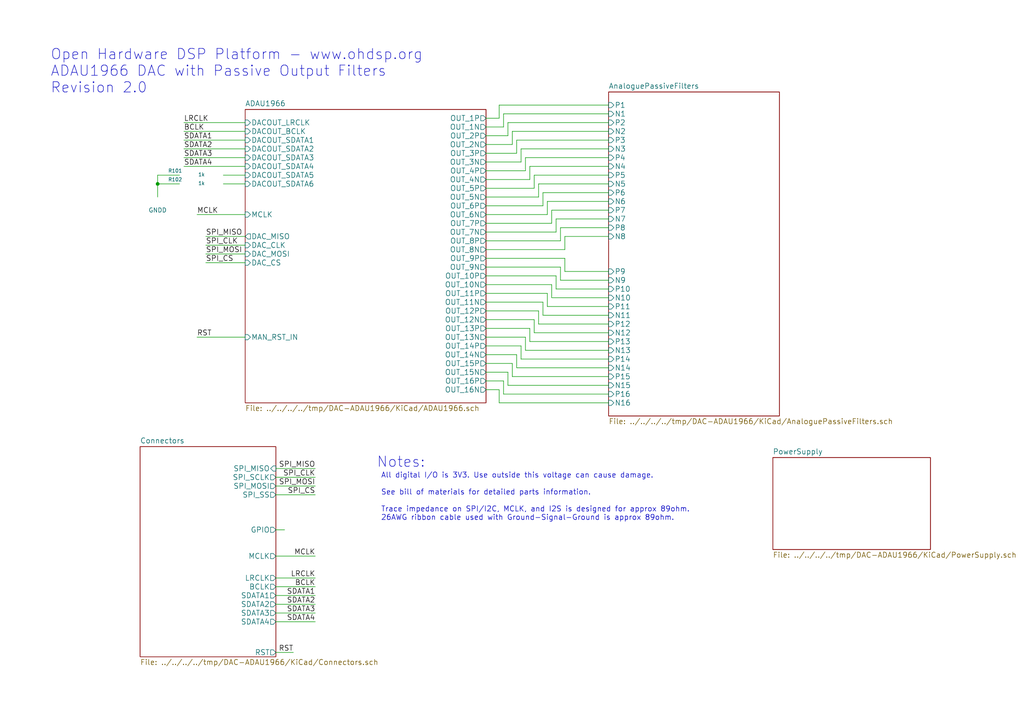
<source format=kicad_sch>
(kicad_sch (version 20230121) (generator eeschema)
  (paper "A4")
  (title_block (title "ADAU1966 DAC with Passive Output Filters") (date "2016-05-25") (rev "2.0") (company "Open Hardware DSP Platform - www.ohdsp.org") (comment 1 "MERCHANTABILITY, SATISFACTORY QUALITY AND FITNESS FOR A PARTICULAR PURPOSE.") (comment 2 "is distributed WITHOUT ANY EXPRESS OR IMPLIED WARRANTY, INCLUDING OF ") (comment 3 "Licensed under the TAPR Open Hardware License (www.tapr.org/OHL). This documentation") (comment 4 "Copyright Paul Janicki 2016"))
  (lib_symbols)
  (junction (at 45.72 53.34))
  (wire (pts (xy 176.53 106.68) (xy 149.86 106.68)))
  (wire (pts (xy 163.83 74.93) (xy 163.83 78.74)))
  (wire (pts (xy 163.83 72.39) (xy 140.97 72.39)))
  (wire (pts (xy 80.01 143.51) (xy 91.44 143.51)))
  (wire (pts (xy 140.97 44.45) (xy 149.86 44.45)))
  (wire (pts (xy 57.15 97.79) (xy 71.12 97.79)))
  (wire (pts (xy 91.44 172.72) (xy 80.01 172.72)))
  (wire (pts (xy 140.97 49.53) (xy 152.4 49.53)))
  (wire (pts (xy 160.02 82.55) (xy 140.97 82.55)))
  (wire (pts (xy 140.97 95.25) (xy 153.67 95.25)))
  (wire (pts (xy 80.01 138.43) (xy 91.44 138.43)))
  (wire (pts (xy 176.53 111.76) (xy 147.32 111.76)))
  (wire (pts (xy 151.13 46.99) (xy 140.97 46.99)))
  (wire (pts (xy 149.86 102.87) (xy 140.97 102.87)))
  (wire (pts (xy 161.29 67.31) (xy 140.97 67.31)))
  (wire (pts (xy 140.97 113.03) (xy 144.78 113.03)))
  (wire (pts (xy 154.94 54.61) (xy 154.94 50.8)))
  (wire (pts (xy 144.78 116.84) (xy 176.53 116.84)))
  (wire (pts (xy 162.56 66.04) (xy 176.53 66.04)))
  (wire (pts (xy 80.01 170.18) (xy 91.44 170.18)))
  (wire (pts (xy 157.48 59.69) (xy 157.48 55.88)))
  (wire (pts (xy 57.15 62.23) (xy 71.12 62.23)))
  (wire (pts (xy 154.94 96.52) (xy 154.94 92.71)))
  (wire (pts (xy 71.12 53.34) (xy 64.77 53.34)))
  (wire (pts (xy 157.48 87.63) (xy 140.97 87.63)))
  (wire (pts (xy 71.12 35.56) (xy 53.34 35.56)))
  (wire (pts (xy 151.13 100.33) (xy 151.13 104.14)))
  (wire (pts (xy 149.86 44.45) (xy 149.86 40.64)))
  (wire (pts (xy 140.97 39.37) (xy 147.32 39.37)))
  (wire (pts (xy 140.97 54.61) (xy 154.94 54.61)))
  (wire (pts (xy 156.21 53.34) (xy 156.21 57.15)))
  (wire (pts (xy 176.53 48.26) (xy 153.67 48.26)))
  (wire (pts (xy 163.83 78.74) (xy 176.53 78.74)))
  (wire (pts (xy 91.44 167.64) (xy 80.01 167.64)))
  (wire (pts (xy 176.53 43.18) (xy 151.13 43.18)))
  (wire (pts (xy 153.67 99.06) (xy 176.53 99.06)))
  (wire (pts (xy 140.97 85.09) (xy 158.75 85.09)))
  (wire (pts (xy 149.86 106.68) (xy 149.86 102.87)))
  (wire (pts (xy 162.56 81.28) (xy 162.56 77.47)))
  (wire (pts (xy 147.32 39.37) (xy 147.32 35.56)))
  (wire (pts (xy 64.77 50.8) (xy 71.12 50.8)))
  (wire (pts (xy 153.67 48.26) (xy 153.67 52.07)))
  (wire (pts (xy 163.83 68.58) (xy 163.83 72.39)))
  (wire (pts (xy 148.59 105.41) (xy 148.59 109.22)))
  (wire (pts (xy 91.44 161.29) (xy 80.01 161.29)))
  (wire (pts (xy 45.72 53.34) (xy 52.07 53.34)))
  (wire (pts (xy 161.29 83.82) (xy 176.53 83.82)))
  (wire (pts (xy 151.13 104.14) (xy 176.53 104.14)))
  (wire (pts (xy 71.12 71.12) (xy 59.69 71.12)))
  (wire (pts (xy 152.4 101.6) (xy 152.4 97.79)))
  (wire (pts (xy 149.86 40.64) (xy 176.53 40.64)))
  (wire (pts (xy 140.97 90.17) (xy 156.21 90.17)))
  (wire (pts (xy 154.94 50.8) (xy 176.53 50.8)))
  (wire (pts (xy 146.05 33.02) (xy 146.05 36.83)))
  (wire (pts (xy 53.34 48.26) (xy 71.12 48.26)))
  (wire (pts (xy 154.94 92.71) (xy 140.97 92.71)))
  (wire (pts (xy 158.75 85.09) (xy 158.75 88.9)))
  (wire (pts (xy 71.12 45.72) (xy 53.34 45.72)))
  (wire (pts (xy 176.53 96.52) (xy 154.94 96.52)))
  (wire (pts (xy 140.97 110.49) (xy 146.05 110.49)))
  (wire (pts (xy 147.32 111.76) (xy 147.32 107.95)))
  (wire (pts (xy 53.34 43.18) (xy 71.12 43.18)))
  (wire (pts (xy 59.69 68.58) (xy 71.12 68.58)))
  (wire (pts (xy 144.78 30.48) (xy 176.53 30.48)))
  (wire (pts (xy 146.05 110.49) (xy 146.05 114.3)))
  (wire (pts (xy 176.53 86.36) (xy 160.02 86.36)))
  (wire (pts (xy 176.53 58.42) (xy 158.75 58.42)))
  (wire (pts (xy 156.21 93.98) (xy 176.53 93.98)))
  (wire (pts (xy 148.59 38.1) (xy 176.53 38.1)))
  (wire (pts (xy 152.4 45.72) (xy 176.53 45.72)))
  (wire (pts (xy 91.44 135.89) (xy 80.01 135.89)))
  (wire (pts (xy 140.97 74.93) (xy 163.83 74.93)))
  (wire (pts (xy 91.44 177.8) (xy 80.01 177.8)))
  (wire (pts (xy 157.48 91.44) (xy 157.48 87.63)))
  (wire (pts (xy 140.97 59.69) (xy 157.48 59.69)))
  (wire (pts (xy 176.53 81.28) (xy 162.56 81.28)))
  (wire (pts (xy 45.72 50.8) (xy 45.72 53.34)))
  (wire (pts (xy 151.13 43.18) (xy 151.13 46.99)))
  (wire (pts (xy 176.53 33.02) (xy 146.05 33.02)))
  (wire (pts (xy 158.75 62.23) (xy 140.97 62.23)))
  (wire (pts (xy 176.53 53.34) (xy 156.21 53.34)))
  (wire (pts (xy 82.55 153.67) (xy 80.01 153.67)))
  (wire (pts (xy 158.75 88.9) (xy 176.53 88.9)))
  (wire (pts (xy 147.32 107.95) (xy 140.97 107.95)))
  (wire (pts (xy 71.12 40.64) (xy 53.34 40.64)))
  (wire (pts (xy 147.32 35.56) (xy 176.53 35.56)))
  (wire (pts (xy 160.02 86.36) (xy 160.02 82.55)))
  (wire (pts (xy 156.21 90.17) (xy 156.21 93.98)))
  (wire (pts (xy 45.72 50.8) (xy 52.07 50.8)))
  (wire (pts (xy 146.05 114.3) (xy 176.53 114.3)))
  (wire (pts (xy 176.53 68.58) (xy 163.83 68.58)))
  (wire (pts (xy 152.4 97.79) (xy 140.97 97.79)))
  (wire (pts (xy 140.97 64.77) (xy 160.02 64.77)))
  (wire (pts (xy 146.05 36.83) (xy 140.97 36.83)))
  (wire (pts (xy 80.01 180.34) (xy 91.44 180.34)))
  (wire (pts (xy 153.67 95.25) (xy 153.67 99.06)))
  (wire (pts (xy 176.53 63.5) (xy 161.29 63.5)))
  (wire (pts (xy 140.97 105.41) (xy 148.59 105.41)))
  (wire (pts (xy 162.56 69.85) (xy 162.56 66.04)))
  (wire (pts (xy 80.01 175.26) (xy 91.44 175.26)))
  (wire (pts (xy 59.69 73.66) (xy 71.12 73.66)))
  (wire (pts (xy 140.97 80.01) (xy 161.29 80.01)))
  (wire (pts (xy 161.29 63.5) (xy 161.29 67.31)))
  (wire (pts (xy 153.67 52.07) (xy 140.97 52.07)))
  (wire (pts (xy 45.72 53.34) (xy 45.72 57.15)))
  (wire (pts (xy 85.09 189.23) (xy 80.01 189.23)))
  (wire (pts (xy 160.02 64.77) (xy 160.02 60.96)))
  (wire (pts (xy 91.44 140.97) (xy 80.01 140.97)))
  (wire (pts (xy 140.97 34.29) (xy 144.78 34.29)))
  (wire (pts (xy 176.53 91.44) (xy 157.48 91.44)))
  (wire (pts (xy 148.59 41.91) (xy 140.97 41.91)))
  (wire (pts (xy 160.02 60.96) (xy 176.53 60.96)))
  (wire (pts (xy 53.34 38.1) (xy 71.12 38.1)))
  (wire (pts (xy 156.21 57.15) (xy 140.97 57.15)))
  (wire (pts (xy 158.75 58.42) (xy 158.75 62.23)))
  (wire (pts (xy 140.97 100.33) (xy 151.13 100.33)))
  (wire (pts (xy 157.48 55.88) (xy 176.53 55.88)))
  (wire (pts (xy 152.4 49.53) (xy 152.4 45.72)))
  (wire (pts (xy 144.78 34.29) (xy 144.78 30.48)))
  (wire (pts (xy 161.29 80.01) (xy 161.29 83.82)))
  (wire (pts (xy 176.53 101.6) (xy 152.4 101.6)))
  (wire (pts (xy 140.97 69.85) (xy 162.56 69.85)))
  (wire (pts (xy 148.59 38.1) (xy 148.59 41.91)))
  (wire (pts (xy 162.56 77.47) (xy 140.97 77.47)))
  (wire (pts (xy 148.59 109.22) (xy 176.53 109.22)))
  (wire (pts (xy 71.12 76.2) (xy 59.69 76.2)))
  (wire (pts (xy 144.78 113.03) (xy 144.78 116.84)))
  (text "Open Hardware DSP Platform - www.ohdsp.org\nADAU1966 DAC with Passive Output Filters\nRevision 2.0" (at 14.605 27.305 0) (effects (font (size 2.9972 2.9972)) (justify left bottom)))
  (text "All digital I/O is 3V3. Use outside this voltage can cause damage.\n\nSee bill of materials for detailed parts information.\n\nTrace impedance on SPI/I2C, MCLK, and I2S is designed for approx 89ohm.\n26AWG ribbon cable used with Ground-Signal-Ground is approx 89ohm." (at 110.49 151.13 0) (effects (font (size 1.524 1.524)) (justify left bottom)))
  (text "Notes:" (at 109.22 135.89 0) (effects (font (size 2.9972 2.9972)) (justify left bottom)))
  (label "SPI_MISO" (at 91.44 135.89 180) (effects (font (size 1.524 1.524))))
  (label "SPI_MISO" (at 59.69 68.58 0) (effects (font (size 1.524 1.524))))
  (label "SDATA3" (at 91.44 177.8 180) (effects (font (size 1.4986 1.4986))))
  (label "SPI_CLK" (at 91.44 138.43 180) (effects (font (size 1.524 1.524))))
  (label "SDATA1" (at 53.34 40.64 0) (effects (font (size 1.4986 1.4986))))
  (label "SDATA3" (at 53.34 45.72 0) (effects (font (size 1.4986 1.4986))))
  (label "BCLK" (at 91.44 170.18 180) (effects (font (size 1.4986 1.4986))))
  (label "SDATA1" (at 91.44 172.72 180) (effects (font (size 1.4986 1.4986))))
  (label "RST" (at 57.15 97.79 0) (effects (font (size 1.4986 1.4986))))
  (label "SPI_CLK" (at 59.69 71.12 0) (effects (font (size 1.524 1.524))))
  (label "SDATA2" (at 53.34 43.18 0) (effects (font (size 1.4986 1.4986))))
  (label "SDATA2" (at 91.44 175.26 180) (effects (font (size 1.4986 1.4986))))
  (label "LRCLK" (at 53.34 35.56 0) (effects (font (size 1.4986 1.4986))))
  (label "SPI_MOSI" (at 59.69 73.66 0) (effects (font (size 1.524 1.524))))
  (label "SDATA4" (at 91.44 180.34 180) (effects (font (size 1.4986 1.4986))))
  (label "LRCLK" (at 91.44 167.64 180) (effects (font (size 1.4986 1.4986))))
  (label "RST" (at 85.09 189.23 180) (effects (font (size 1.4986 1.4986))))
  (label "SPI_CS" (at 91.44 143.51 180) (effects (font (size 1.524 1.524))))
  (label "MCLK" (at 57.15 62.23 0) (effects (font (size 1.4986 1.4986))))
  (label "BCLK" (at 53.34 38.1 0) (effects (font (size 1.4986 1.4986))))
  (label "SPI_CS" (at 59.69 76.2 0) (effects (font (size 1.524 1.524))))
  (label "MCLK" (at 91.44 161.29 180) (effects (font (size 1.4986 1.4986))))
  (label "SPI_MOSI" (at 91.44 140.97 180) (effects (font (size 1.524 1.524))))
  (label "SDATA4" (at 53.34 48.26 0) (effects (font (size 1.4986 1.4986))))
  (symbol (lib_id "GNDD") (at 45.72 57.15 0) (unit 1)
    (property "Reference" "#PWR101" (effects hide))
    (property "Value" "GNDD" (at 45.72 60.96 0))
  )
  (symbol (lib_id "PIN") (at 82.55 153.67 0) (unit 1)
    (property "Reference" "TP101" (at 90.17 153.67 0) (effects (font (size 1.016 1.016)) (justify left)))
    (property "Value" "Test point" (effects hide))
    (property "Footprint" "MyKiCadLibs-Footprints:TP-1mm" (effects hide))
    (property "Description" "1mm test point" (effects hide))
  )
  (symbol (lib_id "R") (at 58.42 50.8 270) (mirror x) (unit 1)
    (property "Reference" "R101" (at 50.8 49.53 90) (effects (font (size 1.016 1.016))))
    (property "Value" "1k" (at 58.4454 50.6222 90) (effects (font (size 1.016 1.016))))
    (property "Footprint" "MyKiCadLibs-Footprints:SMD-0805" (effects hide))
    (property "Power" "100mW" (effects hide))
    (property "Description" "Thick or thin film resistor" (effects hide))
    (property "Size" "0805" (effects hide))
    (property "Tolerance" "1%" (effects hide))
  )
  (symbol (lib_id "R") (at 58.42 53.34 270) (mirror x) (unit 1)
    (property "Reference" "R102" (at 50.8 52.07 90) (effects (font (size 1.016 1.016))))
    (property "Value" "1k" (at 58.4454 53.1622 90) (effects (font (size 1.016 1.016))))
    (property "Footprint" "MyKiCadLibs-Footprints:SMD-0805" (effects hide))
    (property "Power" "100mW" (effects hide))
    (property "Description" "Thick or thin film resistor" (effects hide))
    (property "Size" "0805" (effects hide))
    (property "Tolerance" "1%" (effects hide))
  )
  (sheet (at 40.64 129.54) (size 39.37 60.96)
    (property "Sheetname" "Connectors" (at 40.64 128.7014 0) (effects (font (size 1.524 1.524)) (justify left bottom)))
    (property "Sheetfile" "../../../../tmp/DAC-ADAU1966/KiCad/Connectors.sch" (at 40.64 191.1862 0) (effects (font (size 1.524 1.524)) (justify left top)))
    (pin "RST" output (at 80.01 189.23 0) (effects (font (size 1.524 1.524))))
    (pin "MCLK" output (at 80.01 161.29 0) (effects (font (size 1.524 1.524))))
    (pin "LRCLK" output (at 80.01 167.64 0) (effects (font (size 1.524 1.524))))
    (pin "BCLK" output (at 80.01 170.18 0) (effects (font (size 1.524 1.524))))
    (pin "SDATA1" output (at 80.01 172.72 0) (effects (font (size 1.524 1.524))))
    (pin "SDATA2" output (at 80.01 175.26 0) (effects (font (size 1.524 1.524))))
    (pin "SDATA3" output (at 80.01 177.8 0) (effects (font (size 1.524 1.524))))
    (pin "SDATA4" output (at 80.01 180.34 0) (effects (font (size 1.524 1.524))))
    (pin "SPI_MISO" input (at 80.01 135.89 0) (effects (font (size 1.524 1.524))))
    (pin "SPI_SCLK" output (at 80.01 138.43 0) (effects (font (size 1.524 1.524))))
    (pin "SPI_MOSI" output (at 80.01 140.97 0) (effects (font (size 1.524 1.524))))
    (pin "SPI_SS" output (at 80.01 143.51 0) (effects (font (size 1.524 1.524))))
    (pin "GPIO" output (at 80.01 153.67 0) (effects (font (size 1.524 1.524))))
  )
  (sheet (at 224.155 132.715) (size 45.72 26.67)
    (property "Sheetname" "PowerSupply" (at 224.155 131.8764 0) (effects (font (size 1.524 1.524)) (justify left bottom)))
    (property "Sheetfile" "../../../../tmp/DAC-ADAU1966/KiCad/PowerSupply.sch" (at 224.155 160.0712 0) (effects (font (size 1.524 1.524)) (justify left top)))
  )
  (sheet (at 71.12 31.75) (size 69.85 85.09)
    (property "Sheetname" "ADAU1966" (at 71.12 30.9114 0) (effects (font (size 1.524 1.524)) (justify left bottom)))
    (property "Sheetfile" "../../../../tmp/DAC-ADAU1966/KiCad/ADAU1966.sch" (at 71.12 117.5262 0) (effects (font (size 1.524 1.524)) (justify left top)))
    (pin "DACOUT_LRCLK" input (at 71.12 35.56 180) (effects (font (size 1.524 1.524))))
    (pin "DACOUT_BCLK" input (at 71.12 38.1 180) (effects (font (size 1.524 1.524))))
    (pin "DACOUT_SDATA1" input (at 71.12 40.64 180) (effects (font (size 1.524 1.524))))
    (pin "DACOUT_SDATA2" input (at 71.12 43.18 180) (effects (font (size 1.524 1.524))))
    (pin "DACOUT_SDATA3" input (at 71.12 45.72 180) (effects (font (size 1.524 1.524))))
    (pin "MCLK" input (at 71.12 62.23 180) (effects (font (size 1.524 1.524))))
    (pin "MAN_RST_IN" input (at 71.12 97.79 180) (effects (font (size 1.524 1.524))))
    (pin "DACOUT_SDATA4" input (at 71.12 48.26 180) (effects (font (size 1.524 1.524))))
    (pin "DACOUT_SDATA5" input (at 71.12 50.8 180) (effects (font (size 1.524 1.524))))
    (pin "DACOUT_SDATA6" input (at 71.12 53.34 180) (effects (font (size 1.524 1.524))))
    (pin "OUT_1P" output (at 140.97 34.29 0) (effects (font (size 1.524 1.524))))
    (pin "OUT_1N" output (at 140.97 36.83 0) (effects (font (size 1.524 1.524))))
    (pin "OUT_2P" output (at 140.97 39.37 0) (effects (font (size 1.524 1.524))))
    (pin "OUT_2N" output (at 140.97 41.91 0) (effects (font (size 1.524 1.524))))
    (pin "OUT_3P" output (at 140.97 44.45 0) (effects (font (size 1.524 1.524))))
    (pin "OUT_3N" output (at 140.97 46.99 0) (effects (font (size 1.524 1.524))))
    (pin "OUT_4P" output (at 140.97 49.53 0) (effects (font (size 1.524 1.524))))
    (pin "OUT_4N" output (at 140.97 52.07 0) (effects (font (size 1.524 1.524))))
    (pin "OUT_5P" output (at 140.97 54.61 0) (effects (font (size 1.524 1.524))))
    (pin "OUT_5N" output (at 140.97 57.15 0) (effects (font (size 1.524 1.524))))
    (pin "OUT_6P" output (at 140.97 59.69 0) (effects (font (size 1.524 1.524))))
    (pin "OUT_6N" output (at 140.97 62.23 0) (effects (font (size 1.524 1.524))))
    (pin "OUT_7P" output (at 140.97 64.77 0) (effects (font (size 1.524 1.524))))
    (pin "OUT_7N" output (at 140.97 67.31 0) (effects (font (size 1.524 1.524))))
    (pin "OUT_8P" output (at 140.97 69.85 0) (effects (font (size 1.524 1.524))))
    (pin "OUT_8N" output (at 140.97 72.39 0) (effects (font (size 1.524 1.524))))
    (pin "OUT_9P" output (at 140.97 74.93 0) (effects (font (size 1.524 1.524))))
    (pin "OUT_9N" output (at 140.97 77.47 0) (effects (font (size 1.524 1.524))))
    (pin "OUT_10P" output (at 140.97 80.01 0) (effects (font (size 1.524 1.524))))
    (pin "OUT_10N" output (at 140.97 82.55 0) (effects (font (size 1.524 1.524))))
    (pin "OUT_11P" output (at 140.97 85.09 0) (effects (font (size 1.524 1.524))))
    (pin "OUT_11N" output (at 140.97 87.63 0) (effects (font (size 1.524 1.524))))
    (pin "OUT_12P" output (at 140.97 90.17 0) (effects (font (size 1.524 1.524))))
    (pin "OUT_12N" output (at 140.97 92.71 0) (effects (font (size 1.524 1.524))))
    (pin "OUT_13P" output (at 140.97 95.25 0) (effects (font (size 1.524 1.524))))
    (pin "OUT_13N" output (at 140.97 97.79 0) (effects (font (size 1.524 1.524))))
    (pin "OUT_14P" output (at 140.97 100.33 0) (effects (font (size 1.524 1.524))))
    (pin "OUT_15P" output (at 140.97 105.41 0) (effects (font (size 1.524 1.524))))
    (pin "OUT_14N" output (at 140.97 102.87 0) (effects (font (size 1.524 1.524))))
    (pin "OUT_15N" output (at 140.97 107.95 0) (effects (font (size 1.524 1.524))))
    (pin "OUT_16P" output (at 140.97 110.49 0) (effects (font (size 1.524 1.524))))
    (pin "OUT_16N" output (at 140.97 113.03 0) (effects (font (size 1.524 1.524))))
    (pin "DAC_MOSI" input (at 71.12 73.66 180) (effects (font (size 1.524 1.524))))
    (pin "DAC_MISO" output (at 71.12 68.58 180) (effects (font (size 1.524 1.524))))
    (pin "DAC_CLK" input (at 71.12 71.12 180) (effects (font (size 1.524 1.524))))
    (pin "DAC_CS" input (at 71.12 76.2 180) (effects (font (size 1.524 1.524))))
  )
  (sheet (at 176.53 26.67) (size 49.53 93.98)
    (property "Sheetname" "AnaloguePassiveFilters" (at 176.53 25.8314 0) (effects (font (size 1.524 1.524)) (justify left bottom)))
    (property "Sheetfile" "../../../../tmp/DAC-ADAU1966/KiCad/AnaloguePassiveFilters.sch" (at 176.53 121.3362 0) (effects (font (size 1.524 1.524)) (justify left top)))
    (pin "P1" input (at 176.53 30.48 180) (effects (font (size 1.524 1.524))))
    (pin "N1" input (at 176.53 33.02 180) (effects (font (size 1.524 1.524))))
    (pin "P2" input (at 176.53 35.56 180) (effects (font (size 1.524 1.524))))
    (pin "N2" input (at 176.53 38.1 180) (effects (font (size 1.524 1.524))))
    (pin "P3" input (at 176.53 40.64 180) (effects (font (size 1.524 1.524))))
    (pin "N3" input (at 176.53 43.18 180) (effects (font (size 1.524 1.524))))
    (pin "P4" input (at 176.53 45.72 180) (effects (font (size 1.524 1.524))))
    (pin "N4" input (at 176.53 48.26 180) (effects (font (size 1.524 1.524))))
    (pin "P5" input (at 176.53 50.8 180) (effects (font (size 1.524 1.524))))
    (pin "N5" input (at 176.53 53.34 180) (effects (font (size 1.524 1.524))))
    (pin "P6" input (at 176.53 55.88 180) (effects (font (size 1.524 1.524))))
    (pin "N6" input (at 176.53 58.42 180) (effects (font (size 1.524 1.524))))
    (pin "P7" input (at 176.53 60.96 180) (effects (font (size 1.524 1.524))))
    (pin "N7" input (at 176.53 63.5 180) (effects (font (size 1.524 1.524))))
    (pin "P8" input (at 176.53 66.04 180) (effects (font (size 1.524 1.524))))
    (pin "N8" input (at 176.53 68.58 180) (effects (font (size 1.524 1.524))))
    (pin "P9" input (at 176.53 78.74 180) (effects (font (size 1.524 1.524))))
    (pin "N9" input (at 176.53 81.28 180) (effects (font (size 1.524 1.524))))
    (pin "P10" input (at 176.53 83.82 180) (effects (font (size 1.524 1.524))))
    (pin "N10" input (at 176.53 86.36 180) (effects (font (size 1.524 1.524))))
    (pin "P11" input (at 176.53 88.9 180) (effects (font (size 1.524 1.524))))
    (pin "N11" input (at 176.53 91.44 180) (effects (font (size 1.524 1.524))))
    (pin "P12" input (at 176.53 93.98 180) (effects (font (size 1.524 1.524))))
    (pin "N12" input (at 176.53 96.52 180) (effects (font (size 1.524 1.524))))
    (pin "P13" input (at 176.53 99.06 180) (effects (font (size 1.524 1.524))))
    (pin "N13" input (at 176.53 101.6 180) (effects (font (size 1.524 1.524))))
    (pin "P14" input (at 176.53 104.14 180) (effects (font (size 1.524 1.524))))
    (pin "N14" input (at 176.53 106.68 180) (effects (font (size 1.524 1.524))))
    (pin "P15" input (at 176.53 109.22 180) (effects (font (size 1.524 1.524))))
    (pin "N15" input (at 176.53 111.76 180) (effects (font (size 1.524 1.524))))
    (pin "P16" input (at 176.53 114.3 180) (effects (font (size 1.524 1.524))))
    (pin "N16" input (at 176.53 116.84 180) (effects (font (size 1.524 1.524))))
  )
)
</source>
